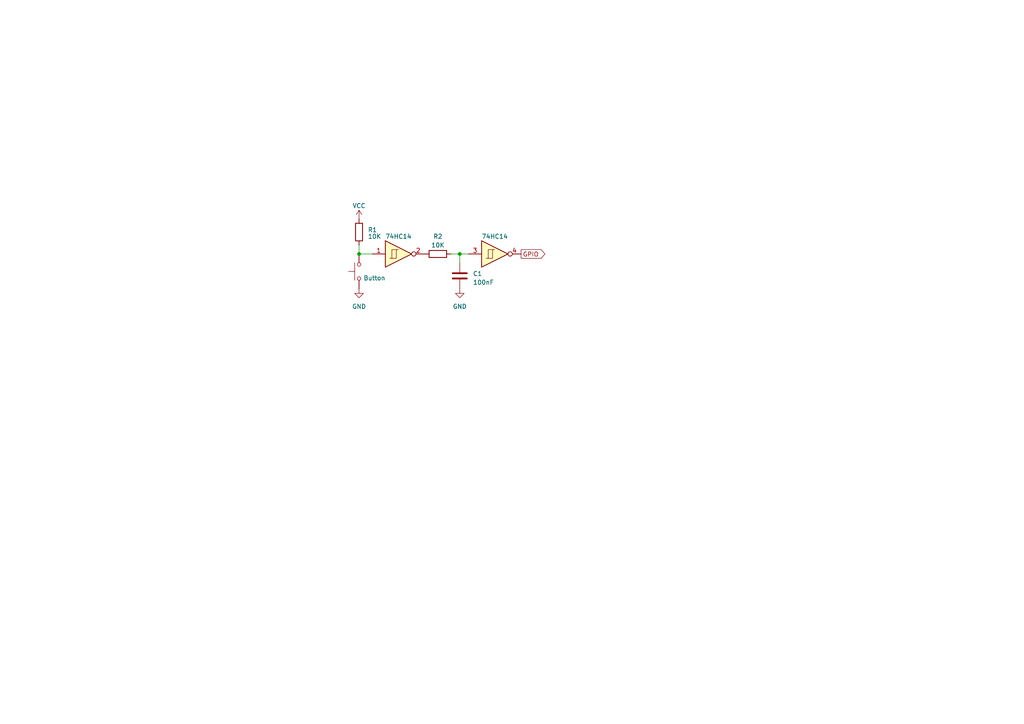
<source format=kicad_sch>
(kicad_sch (version 20211123) (generator eeschema)
  (paper "A4")
  (lib_symbols
    (symbol "74xx:74HC14" (pin_names (offset 1.016))
      (property "Reference" "U" (at 0 1.27 0))
      (property "Value" "74HC14" (at 0 -1.27 0))
      (symbol "74HC14_1_0"
        (polyline (pts (xy -3.81 3.81) (xy -3.81 -3.81) (xy 3.81 0) (xy -3.81 3.81)) (stroke (width 0.254)) (fill (type background)))
        (pin input line (at -7.62 0 0) (length 3.81) (name "~") (number "1"))
        (pin output inverted (at 7.62 0 180) (length 3.81) (name "~") (number "2"))
      )
      (symbol "74HC14_1_1"
        (polyline (pts (xy -1.905 -1.27) (xy -1.905 1.27) (xy -0.635 1.27)))
        (polyline (pts (xy -2.54 -1.27) (xy -0.635 -1.27) (xy -0.635 1.27) (xy 0 1.27)))
      )
      (symbol "74HC14_2_0"
        (polyline (pts (xy -3.81 3.81) (xy -3.81 -3.81) (xy 3.81 0) (xy -3.81 3.81)) (stroke (width 0.254)) (fill (type background)))
        (pin input line (at -7.62 0 0) (length 3.81) (name "~") (number "3"))
        (pin output inverted (at 7.62 0 180) (length 3.81) (name "~") (number "4"))
      )
      (symbol "74HC14_2_1"
        (polyline (pts (xy -1.905 -1.27) (xy -1.905 1.27) (xy -0.635 1.27)))
        (polyline (pts (xy -2.54 -1.27) (xy -0.635 -1.27) (xy -0.635 1.27) (xy 0 1.27)))
      )
      (symbol "74HC14_3_0"
        (polyline (pts (xy -3.81 3.81) (xy -3.81 -3.81) (xy 3.81 0) (xy -3.81 3.81)) (stroke (width 0.254)) (fill (type background)))
        (pin input line (at -7.62 0 0) (length 3.81) (name "~") (number "5"))
        (pin output inverted (at 7.62 0 180) (length 3.81) (name "~") (number "6"))
      )
      (symbol "74HC14_3_1"
        (polyline (pts (xy -1.905 -1.27) (xy -1.905 1.27) (xy -0.635 1.27)))
        (polyline (pts (xy -2.54 -1.27) (xy -0.635 -1.27) (xy -0.635 1.27) (xy 0 1.27)))
      )
      (symbol "74HC14_4_0"
        (polyline (pts (xy -3.81 3.81) (xy -3.81 -3.81) (xy 3.81 0) (xy -3.81 3.81)) (stroke (width 0.254)) (fill (type background)))
        (pin output inverted (at 7.62 0 180) (length 3.81) (name "~") (number "8"))
        (pin input line (at -7.62 0 0) (length 3.81) (name "~") (number "9"))
      )
      (symbol "74HC14_4_1"
        (polyline (pts (xy -1.905 -1.27) (xy -1.905 1.27) (xy -0.635 1.27)))
        (polyline (pts (xy -2.54 -1.27) (xy -0.635 -1.27) (xy -0.635 1.27) (xy 0 1.27)))
      )
      (symbol "74HC14_5_0"
        (polyline (pts (xy -3.81 3.81) (xy -3.81 -3.81) (xy 3.81 0) (xy -3.81 3.81)) (stroke (width 0.254)) (fill (type background)))
        (pin output inverted (at 7.62 0 180) (length 3.81) (name "~") (number "10"))
        (pin input line (at -7.62 0 0) (length 3.81) (name "~") (number "11"))
      )
      (symbol "74HC14_5_1"
        (polyline (pts (xy -1.905 -1.27) (xy -1.905 1.27) (xy -0.635 1.27)))
        (polyline (pts (xy -2.54 -1.27) (xy -0.635 -1.27) (xy -0.635 1.27) (xy 0 1.27)))
      )
      (symbol "74HC14_6_0"
        (polyline (pts (xy -3.81 3.81) (xy -3.81 -3.81) (xy 3.81 0) (xy -3.81 3.81)) (stroke (width 0.254)) (fill (type background)))
        (pin output inverted (at 7.62 0 180) (length 3.81) (name "~") (number "12"))
        (pin input line (at -7.62 0 0) (length 3.81) (name "~") (number "13"))
      )
      (symbol "74HC14_6_1"
        (polyline (pts (xy -1.905 -1.27) (xy -1.905 1.27) (xy -0.635 1.27)))
        (polyline (pts (xy -2.54 -1.27) (xy -0.635 -1.27) (xy -0.635 1.27) (xy 0 1.27)))
      )
      (symbol "74HC14_7_0"
        (pin power_in line (at 0 12.7 270) (length 5.08) (name "VCC") (number "14"))
        (pin power_in line (at 0 -12.7 90) (length 5.08) (name "GND") (number "7"))
      )
      (symbol "74HC14_7_1"
        (rectangle (start -5.08 7.62) (end 5.08 -7.62) (stroke (width 0.254)) (fill (type background)))
      )
    )
    (symbol "Device:C" (pin_numbers hide) (pin_names (offset 0.254))
      (property "Reference" "C" (at 0.635 2.54 0))
      (property "Value" "C" (at 0.635 -2.54 0))
      (symbol "C_0_1"
        (polyline (pts (xy -2.032 -0.762) (xy 2.032 -0.762)) (stroke (width 0.508)))
        (polyline (pts (xy -2.032 0.762) (xy 2.032 0.762)) (stroke (width 0.508)))
      )
      (symbol "C_1_1"
        (pin passive line (at 0 3.81 270) (length 2.794) (name "~") (number "1"))
        (pin passive line (at 0 -3.81 90) (length 2.794) (name "~") (number "2"))
      )
    )
    (symbol "Device:R" (pin_numbers hide) (pin_names (offset 0))
      (property "Reference" "R" (at 2.032 0 90))
      (property "Value" "R" (at 0 0 90))
      (symbol "R_0_1"
        (rectangle (start -1.016 -2.54) (end 1.016 2.54) (stroke (width 0.254)))
      )
      (symbol "R_1_1"
        (pin passive line (at 0 3.81 270) (length 1.27) (name "~") (number "1"))
        (pin passive line (at 0 -3.81 90) (length 1.27) (name "~") (number "2"))
      )
    )
    (symbol "Switch:SW_Push" (pin_numbers hide) (pin_names (offset 1.016) hide)
      (property "Reference" "SW" (at 1.27 2.54 0))
      (property "Value" "SW_Push" (at 0 -1.524 0))
      (symbol "SW_Push_0_1"
        (circle (center -2.032 0) (radius 0.508))
        (polyline (pts (xy 0 1.27) (xy 0 3.048)))
        (polyline (pts (xy 2.54 1.27) (xy -2.54 1.27)))
        (circle (center 2.032 0) (radius 0.508))
        (pin passive line (at -5.08 0 0) (length 2.54) (name "1") (number "1"))
        (pin passive line (at 5.08 0 180) (length 2.54) (name "2") (number "2"))
      )
    )
    (symbol "power:GND" (power) (pin_names (offset 0))
      (property "Value" "GND" (at 0 -3.81 0))
      (symbol "GND_0_1"
        (polyline (pts (xy 0 0) (xy 0 -1.27) (xy 1.27 -1.27) (xy 0 -2.54) (xy -1.27 -1.27) (xy 0 -1.27)))
      )
      (symbol "GND_1_1"
        (pin power_in line (at 0 0 270) (length 0) hide (name "GND") (number "1"))
      )
    )
    (symbol "power:VCC" (power) (pin_names (offset 0))
      (property "Value" "VCC" (at 0 3.81 0))
      (symbol "VCC_0_1"
        (polyline (pts (xy -0.762 1.27) (xy 0 2.54)))
        (polyline (pts (xy 0 0) (xy 0 2.54)))
        (polyline (pts (xy 0 2.54) (xy 0.762 1.27)))
      )
      (symbol "VCC_1_1"
        (pin power_in line (at 0 0 90) (length 0) hide (name "VCC") (number "1"))
      )
    )
  )
  (junction (at 133.35 73.66) (diameter 0.9144))
  (junction (at 104.14 73.66) (diameter 0.9144))
  (wire (pts (xy 133.35 73.66) (xy 133.35 76.2)))
  (wire (pts (xy 130.81 73.66) (xy 133.35 73.66)))
  (wire (pts (xy 133.35 73.66) (xy 135.89 73.66)))
  (wire (pts (xy 104.14 71.12) (xy 104.14 73.66)))
  (wire (pts (xy 104.14 73.66) (xy 107.95 73.66)))
  (global_label "GPIO" (shape output) (at 151.13 73.66 0) (property "Intersheet References" "${INTERSHEET_REFS}" (effects hide)))
  (symbol (lib_id "Switch:SW_Push") (at 104.14 78.74 90) (unit 1)
    (property "Reference" "SW1" (effects hide))
    (property "Value" "Button" (at 105.41 80.6449 90) (effects (justify right)))
  )
  (symbol (lib_id "power:GND") (at 104.14 83.82 0) (unit 1)
    (property "Reference" "#PWR02" (effects hide))
    (property "Value" "GND" (at 104.14 88.9 0))
  )
  (symbol (lib_id "power:GND") (at 133.35 83.82 0) (unit 1)
    (property "Reference" "#PWR03" (effects hide))
    (property "Value" "GND" (at 133.35 88.9 0))
  )
  (symbol (lib_id "74xx:74HC14") (at 115.57 73.66 0) (unit 1)
    (property "Reference" "U1" (effects hide))
    (property "Value" "74HC14" (at 115.57 68.58 0))
    (property "Datasheet" "http://www.ti.com/lit/gpn/sn74HC14" (effects hide))
  )
  (symbol (lib_id "Device:C") (at 133.35 80.01 0) (unit 1)
    (property "Reference" "C1" (at 137.16 79.3749 0) (effects (justify left)))
    (property "Value" "100nF" (at 137.16 81.9149 0) (effects (justify left)))
  )
  (symbol (lib_id "Device:R") (at 127 73.66 90) (unit 1)
    (property "Reference" "R2" (at 127 68.58 90))
    (property "Value" "10K" (at 127 71.12 90))
  )
  (symbol (lib_id "74xx:74HC14") (at 143.51 73.66 0) (unit 2)
    (property "Reference" "U1" (effects hide))
    (property "Value" "74HC14" (at 143.51 68.58 0))
    (property "Datasheet" "http://www.ti.com/lit/gpn/sn74HC14" (effects hide))
  )
  (symbol (lib_id "Device:R") (at 104.14 67.31 0) (unit 1)
    (property "Reference" "R1" (at 106.68 66.6749 0) (effects (justify left)))
    (property "Value" "10K" (at 106.68 68.5799 0) (effects (justify left)))
  )
  (symbol (lib_id "power:VCC") (at 104.14 63.5 0) (unit 1)
    (property "Reference" "#PWR01" (effects hide))
    (property "Value" "VCC" (at 104.14 59.69 0))
  )
)
</source>
